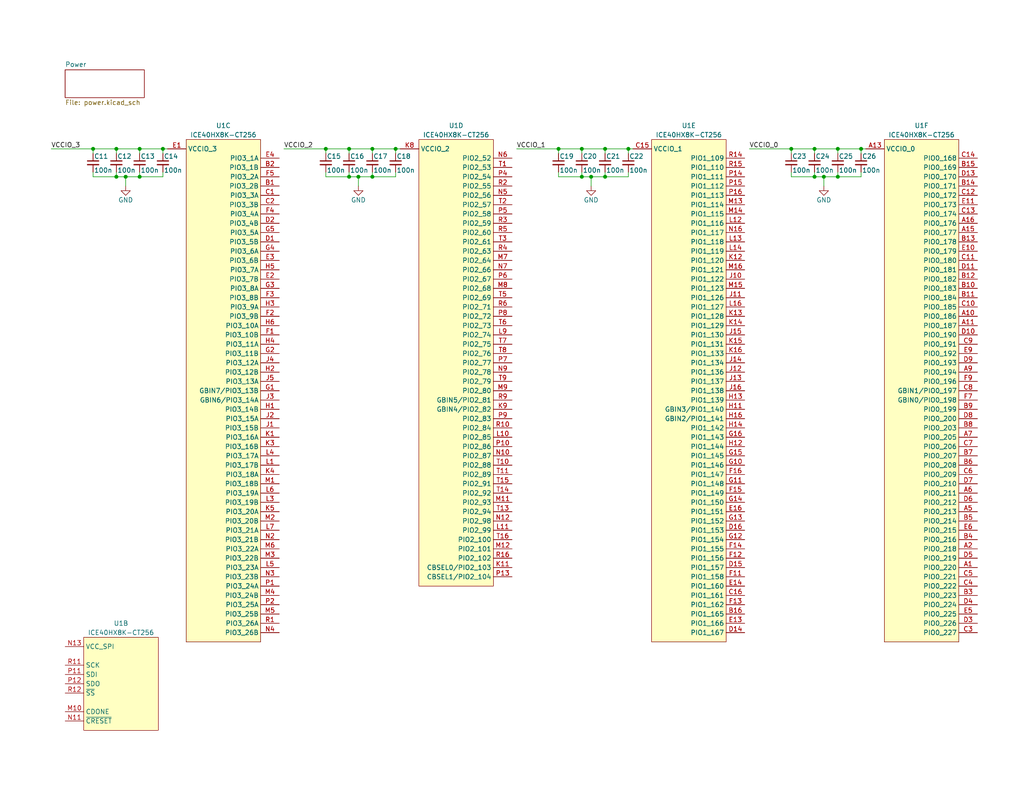
<source format=kicad_sch>
(kicad_sch (version 20211123) (generator eeschema)
  (paper "USLetter")
  (title_block (title "iCE40HX8K Development Board") (date "2022-04-30") (rev "0.1") (company "© 2022 Sam Hanes, licensed under CERN-OHL-S v2+") (comment 1 "https://github.com/Elemecca/ice40-dev"))
  (lib_symbols
    (symbol "0Local:ICE40HX8K-CT256"
      (property "Reference" "U" (at 0 6.35 0))
      (property "Value" "ICE40HX8K-CT256" (at 0 3.81 0))
      (symbol "ICE40HX8K-CT256_1_1"
        (rectangle (start -10.16 2.54) (end 10.16 -33.02) (fill (type background)))
        (pin passive line (at -15.24 -30.48 0) (length 5.08) hide (name "GND") (number "A12"))
        (pin passive line (at -15.24 0 0) (length 5.08) hide (name "VCC") (number "A14"))
        (pin passive line (at -15.24 -30.48 0) (length 5.08) hide (name "GND") (number "A4"))
        (pin power_in line (at -15.24 -10.16 0) (length 5.08) (name "VPP_FAST") (number "D12"))
        (pin power_in line (at -15.24 -5.08 0) (length 5.08) (name "VPP_2V5") (number "E12"))
        (pin passive line (at -15.24 -30.48 0) (length 5.08) hide (name "GND") (number "E15"))
        (pin power_in line (at -15.24 -25.4 0) (length 5.08) (name "GNDPLL1") (number "E7"))
        (pin power_in line (at -15.24 -22.86 0) (length 5.08) (name "VCCPLL1") (number "E8"))
        (pin passive line (at -15.24 0 0) (length 5.08) hide (name "VCC") (number "F10"))
        (pin power_in line (at -15.24 0 0) (length 5.08) (name "VCC") (number "F6"))
        (pin passive line (at -15.24 -30.48 0) (length 5.08) hide (name "GND") (number "G7"))
        (pin passive line (at -15.24 -30.48 0) (length 5.08) hide (name "GND") (number "G8"))
        (pin passive line (at -15.24 -30.48 0) (length 5.08) hide (name "GND") (number "G9"))
        (pin passive line (at -15.24 -30.48 0) (length 5.08) hide (name "GND") (number "H7"))
        (pin passive line (at -15.24 -30.48 0) (length 5.08) hide (name "GND") (number "H8"))
        (pin passive line (at -15.24 -30.48 0) (length 5.08) hide (name "GND") (number "H9"))
        (pin passive line (at -15.24 -30.48 0) (length 5.08) hide (name "GND") (number "J7"))
        (pin passive line (at -15.24 -30.48 0) (length 5.08) hide (name "GND") (number "J8"))
        (pin passive line (at -15.24 -30.48 0) (length 5.08) hide (name "GND") (number "J9"))
        (pin passive line (at -15.24 0 0) (length 5.08) hide (name "VCC") (number "K10"))
        (pin passive line (at -15.24 -30.48 0) (length 5.08) hide (name "GND") (number "K2"))
        (pin passive line (at -15.24 0 0) (length 5.08) hide (name "VCC") (number "K6"))
        (pin passive line (at -15.24 -30.48 0) (length 5.08) hide (name "GND") (number "K7"))
        (pin passive line (at -15.24 -30.48 0) (length 5.08) hide (name "GND") (number "L15"))
        (pin passive line (at -15.24 0 0) (length 5.08) hide (name "VCC") (number "L2"))
        (pin power_in line (at -15.24 -15.24 0) (length 5.08) (name "VCCPLL0") (number "L8"))
        (pin power_in line (at -15.24 -17.78 0) (length 5.08) (name "GNDPLL0") (number "N8"))
        (pin passive line (at -15.24 -30.48 0) (length 5.08) hide (name "GND") (number "R7"))
        (pin passive line (at -15.24 -30.48 0) (length 5.08) hide (name "GND") (number "T12"))
        (pin power_in line (at -15.24 -30.48 0) (length 5.08) (name "GND") (number "T4"))
      )
      (symbol "ICE40HX8K-CT256_2_1"
        (rectangle (start -10.16 2.54) (end 10.16 -22.86) (fill (type background)))
        (pin output line (at -15.24 -17.78 0) (length 5.08) (name "CDONE") (number "M10"))
        (pin input line (at -15.24 -20.32 0) (length 5.08) (name "~{CRESET}") (number "N11"))
        (pin power_in line (at -15.24 0 0) (length 5.08) (name "VCC_SPI") (number "N13"))
        (pin bidirectional line (at -15.24 -7.62 0) (length 5.08) (name "SDI") (number "P11"))
        (pin bidirectional line (at -15.24 -10.16 0) (length 5.08) (name "SDO") (number "P12"))
        (pin bidirectional line (at -15.24 -5.08 0) (length 5.08) (name "SCK") (number "R11"))
        (pin bidirectional line (at -15.24 -12.7 0) (length 5.08) (name "~{SS}") (number "R12"))
      )
      (symbol "ICE40HX8K-CT256_3_1"
        (rectangle (start -10.16 2.54) (end 10.16 -134.62) (fill (type background)))
        (pin tri_state line (at 15.24 -10.16 180) (length 5.08) (name "PIO3_2B") (number "B1"))
        (pin tri_state line (at 15.24 -5.08 180) (length 5.08) (name "PIO3_1B") (number "B2"))
        (pin tri_state line (at 15.24 -12.7 180) (length 5.08) (name "PIO3_3A") (number "C1"))
        (pin tri_state line (at 15.24 -15.24 180) (length 5.08) (name "PIO3_3B") (number "C2"))
        (pin tri_state line (at 15.24 -25.4 180) (length 5.08) (name "PIO3_5B") (number "D1"))
        (pin tri_state line (at 15.24 -20.32 180) (length 5.08) (name "PIO3_4B") (number "D2"))
        (pin power_in line (at -15.24 0 0) (length 5.08) (name "VCCIO_3") (number "E1"))
        (pin tri_state line (at 15.24 -35.56 180) (length 5.08) (name "PIO3_7B") (number "E2"))
        (pin tri_state line (at 15.24 -30.48 180) (length 5.08) (name "PIO3_6B") (number "E3"))
        (pin tri_state line (at 15.24 -2.54 180) (length 5.08) (name "PIO3_1A") (number "E4"))
        (pin tri_state line (at 15.24 -50.8 180) (length 5.08) (name "PIO3_10B") (number "F1"))
        (pin tri_state line (at 15.24 -45.72 180) (length 5.08) (name "PIO3_9B") (number "F2"))
        (pin tri_state line (at 15.24 -40.64 180) (length 5.08) (name "PIO3_8B") (number "F3"))
        (pin tri_state line (at 15.24 -17.78 180) (length 5.08) (name "PIO3_4A") (number "F4"))
        (pin tri_state line (at 15.24 -7.62 180) (length 5.08) (name "PIO3_2A") (number "F5"))
        (pin tri_state line (at 15.24 -66.04 180) (length 5.08) (name "GBIN7/PIO3_13B") (number "G1"))
        (pin tri_state line (at 15.24 -55.88 180) (length 5.08) (name "PIO3_11B") (number "G2"))
        (pin tri_state line (at 15.24 -38.1 180) (length 5.08) (name "PIO3_8A") (number "G3"))
        (pin tri_state line (at 15.24 -27.94 180) (length 5.08) (name "PIO3_6A") (number "G4"))
        (pin tri_state line (at 15.24 -22.86 180) (length 5.08) (name "PIO3_5A") (number "G5"))
        (pin passive line (at -15.24 0 0) (length 5.08) hide (name "VCCIO_3") (number "G6"))
        (pin tri_state line (at 15.24 -71.12 180) (length 5.08) (name "PIO3_14B") (number "H1"))
        (pin tri_state line (at 15.24 -60.96 180) (length 5.08) (name "PIO3_12B") (number "H2"))
        (pin tri_state line (at 15.24 -43.18 180) (length 5.08) (name "PIO3_9A") (number "H3"))
        (pin tri_state line (at 15.24 -53.34 180) (length 5.08) (name "PIO3_11A") (number "H4"))
        (pin tri_state line (at 15.24 -33.02 180) (length 5.08) (name "PIO3_7A") (number "H5"))
        (pin tri_state line (at 15.24 -48.26 180) (length 5.08) (name "PIO3_10A") (number "H6"))
        (pin tri_state line (at 15.24 -76.2 180) (length 5.08) (name "PIO3_15B") (number "J1"))
        (pin tri_state line (at 15.24 -73.66 180) (length 5.08) (name "PIO3_15A") (number "J2"))
        (pin tri_state line (at 15.24 -68.58 180) (length 5.08) (name "GBIN6/PIO3_14A") (number "J3"))
        (pin tri_state line (at 15.24 -58.42 180) (length 5.08) (name "PIO3_12A") (number "J4"))
        (pin tri_state line (at 15.24 -63.5 180) (length 5.08) (name "PIO3_13A") (number "J5"))
        (pin passive line (at -15.24 0 0) (length 5.08) hide (name "VCCIO_3") (number "J6"))
        (pin tri_state line (at 15.24 -78.74 180) (length 5.08) (name "PIO3_16A") (number "K1"))
        (pin tri_state line (at 15.24 -81.28 180) (length 5.08) (name "PIO3_16B") (number "K3"))
        (pin tri_state line (at 15.24 -88.9 180) (length 5.08) (name "PIO3_18A") (number "K4"))
        (pin tri_state line (at 15.24 -99.06 180) (length 5.08) (name "PIO3_20A") (number "K5"))
        (pin tri_state line (at 15.24 -86.36 180) (length 5.08) (name "PIO3_17B") (number "L1"))
        (pin tri_state line (at 15.24 -96.52 180) (length 5.08) (name "PIO3_19B") (number "L3"))
        (pin tri_state line (at 15.24 -83.82 180) (length 5.08) (name "PIO3_17A") (number "L4"))
        (pin tri_state line (at 15.24 -114.3 180) (length 5.08) (name "PIO3_23A") (number "L5"))
        (pin tri_state line (at 15.24 -93.98 180) (length 5.08) (name "PIO3_19A") (number "L6"))
        (pin tri_state line (at 15.24 -104.14 180) (length 5.08) (name "PIO3_21A") (number "L7"))
        (pin tri_state line (at 15.24 -91.44 180) (length 5.08) (name "PIO3_18B") (number "M1"))
        (pin tri_state line (at 15.24 -101.6 180) (length 5.08) (name "PIO3_20B") (number "M2"))
        (pin tri_state line (at 15.24 -111.76 180) (length 5.08) (name "PIO3_22B") (number "M3"))
        (pin tri_state line (at 15.24 -121.92 180) (length 5.08) (name "PIO3_24B") (number "M4"))
        (pin tri_state line (at 15.24 -127 180) (length 5.08) (name "PIO3_25B") (number "M5"))
        (pin tri_state line (at 15.24 -109.22 180) (length 5.08) (name "PIO3_22A") (number "M6"))
        (pin passive line (at -15.24 0 0) (length 5.08) hide (name "VCCIO_3") (number "N1"))
        (pin tri_state line (at 15.24 -106.68 180) (length 5.08) (name "PIO3_21B") (number "N2"))
        (pin tri_state line (at 15.24 -116.84 180) (length 5.08) (name "PIO3_23B") (number "N3"))
        (pin tri_state line (at 15.24 -132.08 180) (length 5.08) (name "PIO3_26B") (number "N4"))
        (pin tri_state line (at 15.24 -119.38 180) (length 5.08) (name "PIO3_24A") (number "P1"))
        (pin tri_state line (at 15.24 -124.46 180) (length 5.08) (name "PIO3_25A") (number "P2"))
        (pin tri_state line (at 15.24 -129.54 180) (length 5.08) (name "PIO3_26A") (number "R1"))
      )
      (symbol "ICE40HX8K-CT256_4_1"
        (rectangle (start -10.16 2.54) (end 10.16 -119.38) (fill (type background)))
        (pin tri_state line (at 15.24 -114.3 180) (length 5.08) (name "CBSEL0/PIO2_103") (number "K11"))
        (pin power_in line (at -15.24 0 0) (length 5.08) (name "VCCIO_2") (number "K8"))
        (pin tri_state line (at 15.24 -71.12 180) (length 5.08) (name "GBIN4/PIO2_82") (number "K9"))
        (pin tri_state line (at 15.24 -78.74 180) (length 5.08) (name "PIO2_85") (number "L10"))
        (pin tri_state line (at 15.24 -104.14 180) (length 5.08) (name "PIO2_99") (number "L11"))
        (pin tri_state line (at 15.24 -50.8 180) (length 5.08) (name "PIO2_74") (number "L9"))
        (pin tri_state line (at 15.24 -96.52 180) (length 5.08) (name "PIO2_93") (number "M11"))
        (pin tri_state line (at 15.24 -109.22 180) (length 5.08) (name "PIO2_101") (number "M12"))
        (pin tri_state line (at 15.24 -30.48 180) (length 5.08) (name "PIO2_64") (number "M7"))
        (pin tri_state line (at 15.24 -38.1 180) (length 5.08) (name "PIO2_68") (number "M8"))
        (pin tri_state line (at 15.24 -66.04 180) (length 5.08) (name "PIO2_80") (number "M9"))
        (pin tri_state line (at 15.24 -83.82 180) (length 5.08) (name "PIO2_87") (number "N10"))
        (pin tri_state line (at 15.24 -101.6 180) (length 5.08) (name "PIO2_98") (number "N12"))
        (pin tri_state line (at 15.24 -12.7 180) (length 5.08) (name "PIO2_56") (number "N5"))
        (pin tri_state line (at 15.24 -2.54 180) (length 5.08) (name "PIO2_52") (number "N6"))
        (pin tri_state line (at 15.24 -33.02 180) (length 5.08) (name "PIO2_66") (number "N7"))
        (pin tri_state line (at 15.24 -60.96 180) (length 5.08) (name "PIO2_78") (number "N9"))
        (pin tri_state line (at 15.24 -81.28 180) (length 5.08) (name "PIO2_86") (number "P10"))
        (pin tri_state line (at 15.24 -116.84 180) (length 5.08) (name "CBSEL1/PIO2_104") (number "P13"))
        (pin passive line (at -15.24 0 0) (length 5.08) hide (name "VCCIO_2") (number "P3"))
        (pin tri_state line (at 15.24 -7.62 180) (length 5.08) (name "PIO2_54") (number "P4"))
        (pin tri_state line (at 15.24 -17.78 180) (length 5.08) (name "PIO2_58") (number "P5"))
        (pin tri_state line (at 15.24 -35.56 180) (length 5.08) (name "PIO2_67") (number "P6"))
        (pin tri_state line (at 15.24 -58.42 180) (length 5.08) (name "PIO2_77") (number "P7"))
        (pin tri_state line (at 15.24 -45.72 180) (length 5.08) (name "PIO2_72") (number "P8"))
        (pin tri_state line (at 15.24 -73.66 180) (length 5.08) (name "PIO2_83") (number "P9"))
        (pin tri_state line (at 15.24 -76.2 180) (length 5.08) (name "PIO2_84") (number "R10"))
        (pin passive line (at -15.24 0 0) (length 5.08) hide (name "VCCIO_2") (number "R13"))
        (pin tri_state line (at 15.24 -111.76 180) (length 5.08) (name "PIO2_102") (number "R16"))
        (pin tri_state line (at 15.24 -10.16 180) (length 5.08) (name "PIO2_55") (number "R2"))
        (pin tri_state line (at 15.24 -20.32 180) (length 5.08) (name "PIO2_59") (number "R3"))
        (pin tri_state line (at 15.24 -27.94 180) (length 5.08) (name "PIO2_63") (number "R4"))
        (pin tri_state line (at 15.24 -22.86 180) (length 5.08) (name "PIO2_60") (number "R5"))
        (pin tri_state line (at 15.24 -43.18 180) (length 5.08) (name "PIO2_71") (number "R6"))
        (pin passive line (at -15.24 0 0) (length 5.08) hide (name "VCCIO_2") (number "R8"))
        (pin tri_state line (at 15.24 -68.58 180) (length 5.08) (name "GBIN5/PIO2_81") (number "R9"))
        (pin tri_state line (at 15.24 -5.08 180) (length 5.08) (name "PIO2_53") (number "T1"))
        (pin tri_state line (at 15.24 -86.36 180) (length 5.08) (name "PIO2_88") (number "T10"))
        (pin tri_state line (at 15.24 -88.9 180) (length 5.08) (name "PIO2_89") (number "T11"))
        (pin tri_state line (at 15.24 -99.06 180) (length 5.08) (name "PIO2_94") (number "T13"))
        (pin tri_state line (at 15.24 -93.98 180) (length 5.08) (name "PIO2_92") (number "T14"))
        (pin tri_state line (at 15.24 -91.44 180) (length 5.08) (name "PIO2_91") (number "T15"))
        (pin tri_state line (at 15.24 -106.68 180) (length 5.08) (name "PIO2_100") (number "T16"))
        (pin tri_state line (at 15.24 -15.24 180) (length 5.08) (name "PIO2_57") (number "T2"))
        (pin tri_state line (at 15.24 -25.4 180) (length 5.08) (name "PIO2_61") (number "T3"))
        (pin tri_state line (at 15.24 -40.64 180) (length 5.08) (name "PIO2_69") (number "T5"))
        (pin tri_state line (at 15.24 -48.26 180) (length 5.08) (name "PIO2_73") (number "T6"))
        (pin tri_state line (at 15.24 -53.34 180) (length 5.08) (name "PIO2_75") (number "T7"))
        (pin tri_state line (at 15.24 -55.88 180) (length 5.08) (name "PIO2_76") (number "T8"))
        (pin tri_state line (at 15.24 -63.5 180) (length 5.08) (name "PIO2_79") (number "T9"))
      )
      (symbol "ICE40HX8K-CT256_5_1"
        (rectangle (start -10.16 2.54) (end 10.16 -134.62) (fill (type background)))
        (pin tri_state line (at 15.24 -127 180) (length 5.08) (name "PIO1_165") (number "B16"))
        (pin power_in line (at -15.24 0 0) (length 5.08) (name "VCCIO_1") (number "C15"))
        (pin tri_state line (at 15.24 -121.92 180) (length 5.08) (name "PIO1_161") (number "C16"))
        (pin tri_state line (at 15.24 -132.08 180) (length 5.08) (name "PIO1_167") (number "D14"))
        (pin tri_state line (at 15.24 -114.3 180) (length 5.08) (name "PIO1_157") (number "D15"))
        (pin tri_state line (at 15.24 -104.14 180) (length 5.08) (name "PIO1_153") (number "D16"))
        (pin tri_state line (at 15.24 -129.54 180) (length 5.08) (name "PIO1_166") (number "E13"))
        (pin tri_state line (at 15.24 -119.38 180) (length 5.08) (name "PIO1_160") (number "E14"))
        (pin tri_state line (at 15.24 -99.06 180) (length 5.08) (name "PIO1_151") (number "E16"))
        (pin tri_state line (at 15.24 -116.84 180) (length 5.08) (name "PIO1_158") (number "F11"))
        (pin tri_state line (at 15.24 -111.76 180) (length 5.08) (name "PIO1_156") (number "F12"))
        (pin tri_state line (at 15.24 -124.46 180) (length 5.08) (name "PIO1_162") (number "F13"))
        (pin tri_state line (at 15.24 -109.22 180) (length 5.08) (name "PIO1_155") (number "F14"))
        (pin tri_state line (at 15.24 -93.98 180) (length 5.08) (name "PIO1_149") (number "F15"))
        (pin tri_state line (at 15.24 -88.9 180) (length 5.08) (name "PIO1_147") (number "F16"))
        (pin tri_state line (at 15.24 -86.36 180) (length 5.08) (name "PIO1_146") (number "G10"))
        (pin tri_state line (at 15.24 -91.44 180) (length 5.08) (name "PIO1_148") (number "G11"))
        (pin tri_state line (at 15.24 -106.68 180) (length 5.08) (name "PIO1_154") (number "G12"))
        (pin tri_state line (at 15.24 -101.6 180) (length 5.08) (name "PIO1_152") (number "G13"))
        (pin tri_state line (at 15.24 -96.52 180) (length 5.08) (name "PIO1_150") (number "G14"))
        (pin tri_state line (at 15.24 -83.82 180) (length 5.08) (name "PIO1_145") (number "G15"))
        (pin tri_state line (at 15.24 -78.74 180) (length 5.08) (name "PIO1_143") (number "G16"))
        (pin passive line (at -15.24 0 0) (length 5.08) hide (name "VCCIO_1") (number "H10"))
        (pin tri_state line (at 15.24 -71.12 180) (length 5.08) (name "GBIN3/PIO1_140") (number "H11"))
        (pin tri_state line (at 15.24 -81.28 180) (length 5.08) (name "PIO1_144") (number "H12"))
        (pin tri_state line (at 15.24 -68.58 180) (length 5.08) (name "PIO1_139") (number "H13"))
        (pin tri_state line (at 15.24 -76.2 180) (length 5.08) (name "PIO1_142") (number "H14"))
        (pin passive line (at -15.24 0 0) (length 5.08) hide (name "VCCIO_1") (number "H15"))
        (pin tri_state line (at 15.24 -73.66 180) (length 5.08) (name "GBIN2/PIO1_141") (number "H16"))
        (pin tri_state line (at 15.24 -35.56 180) (length 5.08) (name "PIO1_122") (number "J10"))
        (pin tri_state line (at 15.24 -40.64 180) (length 5.08) (name "PIO1_126") (number "J11"))
        (pin tri_state line (at 15.24 -60.96 180) (length 5.08) (name "PIO1_136") (number "J12"))
        (pin tri_state line (at 15.24 -63.5 180) (length 5.08) (name "PIO1_137") (number "J13"))
        (pin tri_state line (at 15.24 -58.42 180) (length 5.08) (name "PIO1_134") (number "J14"))
        (pin tri_state line (at 15.24 -50.8 180) (length 5.08) (name "PIO1_130") (number "J15"))
        (pin tri_state line (at 15.24 -66.04 180) (length 5.08) (name "PIO1_138") (number "J16"))
        (pin tri_state line (at 15.24 -30.48 180) (length 5.08) (name "PIO1_120") (number "K12"))
        (pin tri_state line (at 15.24 -45.72 180) (length 5.08) (name "PIO1_128") (number "K13"))
        (pin tri_state line (at 15.24 -48.26 180) (length 5.08) (name "PIO1_129") (number "K14"))
        (pin tri_state line (at 15.24 -53.34 180) (length 5.08) (name "PIO1_131") (number "K15"))
        (pin tri_state line (at 15.24 -55.88 180) (length 5.08) (name "PIO1_133") (number "K16"))
        (pin tri_state line (at 15.24 -20.32 180) (length 5.08) (name "PIO1_116") (number "L12"))
        (pin tri_state line (at 15.24 -25.4 180) (length 5.08) (name "PIO1_118") (number "L13"))
        (pin tri_state line (at 15.24 -27.94 180) (length 5.08) (name "PIO1_119") (number "L14"))
        (pin tri_state line (at 15.24 -43.18 180) (length 5.08) (name "PIO1_127") (number "L16"))
        (pin tri_state line (at 15.24 -15.24 180) (length 5.08) (name "PIO1_114") (number "M13"))
        (pin tri_state line (at 15.24 -17.78 180) (length 5.08) (name "PIO1_115") (number "M14"))
        (pin tri_state line (at 15.24 -38.1 180) (length 5.08) (name "PIO1_123") (number "M15"))
        (pin tri_state line (at 15.24 -33.02 180) (length 5.08) (name "PIO1_121") (number "M16"))
        (pin no_connect line (at -10.16 -132.08 0) (length 5.08) hide (name "NC") (number "N14"))
        (pin passive line (at -15.24 0 0) (length 5.08) hide (name "VCCIO_1") (number "N15"))
        (pin tri_state line (at 15.24 -22.86 180) (length 5.08) (name "PIO1_117") (number "N16"))
        (pin tri_state line (at 15.24 -7.62 180) (length 5.08) (name "PIO1_111") (number "P14"))
        (pin tri_state line (at 15.24 -10.16 180) (length 5.08) (name "PIO1_112") (number "P15"))
        (pin tri_state line (at 15.24 -12.7 180) (length 5.08) (name "PIO1_113") (number "P16"))
        (pin tri_state line (at 15.24 -2.54 180) (length 5.08) (name "PIO1_109") (number "R14"))
        (pin tri_state line (at 15.24 -5.08 180) (length 5.08) (name "PIO1_110") (number "R15"))
      )
      (symbol "ICE40HX8K-CT256_6_1"
        (rectangle (start -10.16 2.54) (end 10.16 -134.62) (fill (type background)))
        (pin tri_state line (at 15.24 -114.3 180) (length 5.08) (name "PIO0_220") (number "A1"))
        (pin tri_state line (at 15.24 -45.72 180) (length 5.08) (name "PIO0_186") (number "A10"))
        (pin tri_state line (at 15.24 -48.26 180) (length 5.08) (name "PIO0_187") (number "A11"))
        (pin power_in line (at -15.24 0 0) (length 5.08) (name "VCCIO_0") (number "A13"))
        (pin tri_state line (at 15.24 -22.86 180) (length 5.08) (name "PIO0_177") (number "A15"))
        (pin tri_state line (at 15.24 -20.32 180) (length 5.08) (name "PIO0_176") (number "A16"))
        (pin tri_state line (at 15.24 -109.22 180) (length 5.08) (name "PIO0_218") (number "A2"))
        (pin passive line (at -15.24 0 0) (length 5.08) hide (name "VCCIO_0") (number "A3"))
        (pin tri_state line (at 15.24 -99.06 180) (length 5.08) (name "PIO0_213") (number "A5"))
        (pin tri_state line (at 15.24 -93.98 180) (length 5.08) (name "PIO0_211") (number "A6"))
        (pin tri_state line (at 15.24 -78.74 180) (length 5.08) (name "PIO0_205") (number "A7"))
        (pin passive line (at -15.24 0 0) (length 5.08) hide (name "VCCIO_0") (number "A8"))
        (pin tri_state line (at 15.24 -60.96 180) (length 5.08) (name "PIO0_194") (number "A9"))
        (pin tri_state line (at 15.24 -38.1 180) (length 5.08) (name "PIO0_183") (number "B10"))
        (pin tri_state line (at 15.24 -40.64 180) (length 5.08) (name "PIO0_184") (number "B11"))
        (pin tri_state line (at 15.24 -35.56 180) (length 5.08) (name "PIO0_182") (number "B12"))
        (pin tri_state line (at 15.24 -25.4 180) (length 5.08) (name "PIO0_178") (number "B13"))
        (pin tri_state line (at 15.24 -10.16 180) (length 5.08) (name "PIO0_171") (number "B14"))
        (pin tri_state line (at 15.24 -5.08 180) (length 5.08) (name "PIO0_169") (number "B15"))
        (pin tri_state line (at 15.24 -121.92 180) (length 5.08) (name "PIO0_223") (number "B3"))
        (pin tri_state line (at 15.24 -106.68 180) (length 5.08) (name "PIO0_216") (number "B4"))
        (pin tri_state line (at 15.24 -101.6 180) (length 5.08) (name "PIO0_214") (number "B5"))
        (pin tri_state line (at 15.24 -86.36 180) (length 5.08) (name "PIO0_208") (number "B6"))
        (pin tri_state line (at 15.24 -83.82 180) (length 5.08) (name "PIO0_207") (number "B7"))
        (pin tri_state line (at 15.24 -76.2 180) (length 5.08) (name "PIO0_203") (number "B8"))
        (pin tri_state line (at 15.24 -71.12 180) (length 5.08) (name "PIO0_199") (number "B9"))
        (pin tri_state line (at 15.24 -43.18 180) (length 5.08) (name "PIO0_185") (number "C10"))
        (pin tri_state line (at 15.24 -30.48 180) (length 5.08) (name "PIO0_180") (number "C11"))
        (pin tri_state line (at 15.24 -12.7 180) (length 5.08) (name "PIO0_172") (number "C12"))
        (pin tri_state line (at 15.24 -17.78 180) (length 5.08) (name "PIO0_174") (number "C13"))
        (pin tri_state line (at 15.24 -2.54 180) (length 5.08) (name "PIO0_168") (number "C14"))
        (pin tri_state line (at 15.24 -132.08 180) (length 5.08) (name "PIO0_227") (number "C3"))
        (pin tri_state line (at 15.24 -119.38 180) (length 5.08) (name "PIO0_222") (number "C4"))
        (pin tri_state line (at 15.24 -116.84 180) (length 5.08) (name "PIO0_221") (number "C5"))
        (pin tri_state line (at 15.24 -88.9 180) (length 5.08) (name "PIO0_209") (number "C6"))
        (pin tri_state line (at 15.24 -81.28 180) (length 5.08) (name "PIO0_206") (number "C7"))
        (pin tri_state line (at 15.24 -66.04 180) (length 5.08) (name "GBIN1/PIO0_197") (number "C8"))
        (pin tri_state line (at 15.24 -53.34 180) (length 5.08) (name "PIO0_191") (number "C9"))
        (pin tri_state line (at 15.24 -50.8 180) (length 5.08) (name "PIO0_190") (number "D10"))
        (pin tri_state line (at 15.24 -33.02 180) (length 5.08) (name "PIO0_181") (number "D11"))
        (pin tri_state line (at 15.24 -7.62 180) (length 5.08) (name "PIO0_170") (number "D13"))
        (pin tri_state line (at 15.24 -129.54 180) (length 5.08) (name "PIO0_226") (number "D3"))
        (pin tri_state line (at 15.24 -124.46 180) (length 5.08) (name "PIO0_224") (number "D4"))
        (pin tri_state line (at 15.24 -111.76 180) (length 5.08) (name "PIO0_219") (number "D5"))
        (pin tri_state line (at 15.24 -96.52 180) (length 5.08) (name "PIO0_212") (number "D6"))
        (pin tri_state line (at 15.24 -91.44 180) (length 5.08) (name "PIO0_210") (number "D7"))
        (pin tri_state line (at 15.24 -73.66 180) (length 5.08) (name "PIO0_200") (number "D8"))
        (pin tri_state line (at 15.24 -58.42 180) (length 5.08) (name "PIO0_193") (number "D9"))
        (pin tri_state line (at 15.24 -27.94 180) (length 5.08) (name "PIO0_179") (number "E10"))
        (pin tri_state line (at 15.24 -15.24 180) (length 5.08) (name "PIO0_173") (number "E11"))
        (pin tri_state line (at 15.24 -127 180) (length 5.08) (name "PIO0_225") (number "E5"))
        (pin tri_state line (at 15.24 -104.14 180) (length 5.08) (name "PIO0_215") (number "E6"))
        (pin tri_state line (at 15.24 -55.88 180) (length 5.08) (name "PIO0_192") (number "E9"))
        (pin tri_state line (at 15.24 -68.58 180) (length 5.08) (name "GBIN0/PIO0_198") (number "F7"))
        (pin passive line (at -15.24 0 0) (length 5.08) hide (name "VCCIO_0") (number "F8"))
        (pin tri_state line (at 15.24 -63.5 180) (length 5.08) (name "PIO0_196") (number "F9"))
      )
    )
    (symbol "Device:C_Small" (pin_numbers hide) (pin_names (offset 0.254) hide)
      (property "Reference" "C" (at 0.254 1.778 0))
      (property "Value" "C_Small" (at 0.254 -2.032 0))
      (symbol "C_Small_0_1"
        (polyline (pts (xy -1.524 -0.508) (xy 1.524 -0.508)) (stroke (width 0.3302)))
        (polyline (pts (xy -1.524 0.508) (xy 1.524 0.508)) (stroke (width 0.3048)))
      )
      (symbol "C_Small_1_1"
        (pin passive line (at 0 2.54 270) (length 2.032) (name "~") (number "1"))
        (pin passive line (at 0 -2.54 90) (length 2.032) (name "~") (number "2"))
      )
    )
    (symbol "power:GND" (power) (pin_names (offset 0))
      (property "Value" "GND" (at 0 -3.81 0))
      (symbol "GND_0_1"
        (polyline (pts (xy 0 0) (xy 0 -1.27) (xy 1.27 -1.27) (xy 0 -2.54) (xy -1.27 -1.27) (xy 0 -1.27)))
      )
      (symbol "GND_1_1"
        (pin power_in line (at 0 0 270) (length 0) hide (name "GND") (number "1"))
      )
    )
  )
  (junction (at 38.1 40.64))
  (junction (at 101.6 40.64))
  (junction (at 161.29 48.26))
  (junction (at 31.75 48.26))
  (junction (at 165.1 48.26))
  (junction (at 215.9 40.64))
  (junction (at 228.6 48.26))
  (junction (at 97.79 48.26))
  (junction (at 234.95 40.64))
  (junction (at 44.45 40.64))
  (junction (at 95.25 40.64))
  (junction (at 25.4 40.64))
  (junction (at 171.45 40.64))
  (junction (at 152.4 40.64))
  (junction (at 158.75 48.26))
  (junction (at 88.9 40.64))
  (junction (at 228.6 40.64))
  (junction (at 34.29 48.26))
  (junction (at 222.25 48.26))
  (junction (at 101.6 48.26))
  (junction (at 165.1 40.64))
  (junction (at 158.75 40.64))
  (junction (at 95.25 48.26))
  (junction (at 38.1 48.26))
  (junction (at 222.25 40.64))
  (junction (at 107.95 40.64))
  (junction (at 31.75 40.64))
  (junction (at 224.79 48.26))
  (wire (pts (xy 228.6 40.64) (xy 228.6 41.91)))
  (wire (pts (xy 107.95 40.64) (xy 107.95 41.91)))
  (wire (pts (xy 222.25 40.64) (xy 228.6 40.64)))
  (wire (pts (xy 31.75 40.64) (xy 38.1 40.64)))
  (wire (pts (xy 152.4 40.64) (xy 152.4 41.91)))
  (wire (pts (xy 44.45 40.64) (xy 44.45 41.91)))
  (wire (pts (xy 101.6 40.64) (xy 107.95 40.64)))
  (wire (pts (xy 88.9 40.64) (xy 88.9 41.91)))
  (wire (pts (xy 158.75 40.64) (xy 165.1 40.64)))
  (wire (pts (xy 95.25 46.99) (xy 95.25 48.26)))
  (wire (pts (xy 101.6 40.64) (xy 101.6 41.91)))
  (wire (pts (xy 101.6 48.26) (xy 107.95 48.26)))
  (wire (pts (xy 77.47 40.64) (xy 88.9 40.64)))
  (wire (pts (xy 31.75 40.64) (xy 31.75 41.91)))
  (wire (pts (xy 31.75 46.99) (xy 31.75 48.26)))
  (wire (pts (xy 215.9 40.64) (xy 222.25 40.64)))
  (wire (pts (xy 88.9 46.99) (xy 88.9 48.26)))
  (wire (pts (xy 215.9 48.26) (xy 222.25 48.26)))
  (wire (pts (xy 140.97 40.64) (xy 152.4 40.64)))
  (wire (pts (xy 234.95 40.64) (xy 234.95 41.91)))
  (wire (pts (xy 44.45 40.64) (xy 45.72 40.64)))
  (wire (pts (xy 88.9 48.26) (xy 95.25 48.26)))
  (wire (pts (xy 97.79 48.26) (xy 97.79 50.8)))
  (wire (pts (xy 224.79 48.26) (xy 228.6 48.26)))
  (wire (pts (xy 25.4 40.64) (xy 25.4 41.91)))
  (wire (pts (xy 222.25 40.64) (xy 222.25 41.91)))
  (wire (pts (xy 161.29 48.26) (xy 161.29 50.8)))
  (wire (pts (xy 13.97 40.64) (xy 25.4 40.64)))
  (wire (pts (xy 95.25 48.26) (xy 97.79 48.26)))
  (wire (pts (xy 228.6 46.99) (xy 228.6 48.26)))
  (wire (pts (xy 44.45 48.26) (xy 44.45 46.99)))
  (wire (pts (xy 165.1 40.64) (xy 165.1 41.91)))
  (wire (pts (xy 38.1 40.64) (xy 38.1 41.91)))
  (wire (pts (xy 31.75 48.26) (xy 34.29 48.26)))
  (wire (pts (xy 25.4 48.26) (xy 31.75 48.26)))
  (wire (pts (xy 165.1 48.26) (xy 171.45 48.26)))
  (wire (pts (xy 152.4 48.26) (xy 158.75 48.26)))
  (wire (pts (xy 38.1 48.26) (xy 44.45 48.26)))
  (wire (pts (xy 222.25 46.99) (xy 222.25 48.26)))
  (wire (pts (xy 165.1 46.99) (xy 165.1 48.26)))
  (wire (pts (xy 171.45 48.26) (xy 171.45 46.99)))
  (wire (pts (xy 158.75 48.26) (xy 161.29 48.26)))
  (wire (pts (xy 95.25 40.64) (xy 95.25 41.91)))
  (wire (pts (xy 152.4 40.64) (xy 158.75 40.64)))
  (wire (pts (xy 97.79 48.26) (xy 101.6 48.26)))
  (wire (pts (xy 107.95 40.64) (xy 109.22 40.64)))
  (wire (pts (xy 34.29 48.26) (xy 34.29 50.8)))
  (wire (pts (xy 224.79 48.26) (xy 224.79 50.8)))
  (wire (pts (xy 88.9 40.64) (xy 95.25 40.64)))
  (wire (pts (xy 171.45 40.64) (xy 171.45 41.91)))
  (wire (pts (xy 38.1 40.64) (xy 44.45 40.64)))
  (wire (pts (xy 161.29 48.26) (xy 165.1 48.26)))
  (wire (pts (xy 215.9 40.64) (xy 215.9 41.91)))
  (wire (pts (xy 215.9 46.99) (xy 215.9 48.26)))
  (wire (pts (xy 165.1 40.64) (xy 171.45 40.64)))
  (wire (pts (xy 158.75 40.64) (xy 158.75 41.91)))
  (wire (pts (xy 234.95 48.26) (xy 234.95 46.99)))
  (wire (pts (xy 158.75 46.99) (xy 158.75 48.26)))
  (wire (pts (xy 107.95 48.26) (xy 107.95 46.99)))
  (wire (pts (xy 234.95 40.64) (xy 236.22 40.64)))
  (wire (pts (xy 171.45 40.64) (xy 172.72 40.64)))
  (wire (pts (xy 25.4 40.64) (xy 31.75 40.64)))
  (wire (pts (xy 101.6 46.99) (xy 101.6 48.26)))
  (wire (pts (xy 95.25 40.64) (xy 101.6 40.64)))
  (wire (pts (xy 228.6 40.64) (xy 234.95 40.64)))
  (wire (pts (xy 38.1 46.99) (xy 38.1 48.26)))
  (wire (pts (xy 222.25 48.26) (xy 224.79 48.26)))
  (wire (pts (xy 204.47 40.64) (xy 215.9 40.64)))
  (wire (pts (xy 152.4 46.99) (xy 152.4 48.26)))
  (wire (pts (xy 34.29 48.26) (xy 38.1 48.26)))
  (wire (pts (xy 228.6 48.26) (xy 234.95 48.26)))
  (wire (pts (xy 25.4 46.99) (xy 25.4 48.26)))
  (label "VCCIO_2" (at 77.47 40.64 0))
  (label "VCCIO_3" (at 13.97 40.64 0))
  (label "VCCIO_0" (at 204.47 40.64 0))
  (label "VCCIO_1" (at 140.97 40.64 0))
  (symbol (lib_id "Device:C_Small") (at 95.25 44.45 0) (unit 1)
    (property "Reference" "C16" (at 95.504 42.672 0) (effects (justify left)))
    (property "Value" "100n" (at 95.504 46.482 0) (effects (justify left)))
    (property "Footprint" "0Local:C_SMD_0402_Pad0.5mm" (effects hide))
  )
  (symbol (lib_id "power:GND") (at 97.79 50.8 0) (unit 1)
    (property "Reference" "#PWR02" (effects hide))
    (property "Value" "GND" (at 97.79 54.61 0))
  )
  (symbol (lib_id "0Local:ICE40HX8K-CT256") (at 60.96 40.64 0) (unit 3)
    (property "Reference" "U1" (at 60.96 34.29 0))
    (property "Value" "ICE40HX8K-CT256" (at 60.96 36.83 0))
    (property "Footprint" "0Local:Lattice_caBGA-256_14x14mm_Layout16x16_P0.8mm_Ball0.4mm_Pad0.5mm_SMD" (effects hide))
    (property "Datasheet" "https://www.latticesemi.com/view_document?document_id=49312" (effects hide))
  )
  (symbol (lib_id "Device:C_Small") (at 152.4 44.45 0) (unit 1)
    (property "Reference" "C19" (at 152.654 42.672 0) (effects (justify left)))
    (property "Value" "100n" (at 152.654 46.482 0) (effects (justify left)))
    (property "Footprint" "0Local:C_SMD_0402_Pad0.5mm" (effects hide))
  )
  (symbol (lib_id "power:GND") (at 224.79 50.8 0) (unit 1)
    (property "Reference" "#PWR04" (effects hide))
    (property "Value" "GND" (at 224.79 54.61 0))
  )
  (symbol (lib_id "Device:C_Small") (at 31.75 44.45 0) (unit 1)
    (property "Reference" "C12" (at 32.004 42.672 0) (effects (justify left)))
    (property "Value" "100n" (at 32.004 46.482 0) (effects (justify left)))
    (property "Footprint" "0Local:C_SMD_0402_Pad0.5mm" (effects hide))
  )
  (symbol (lib_id "Device:C_Small") (at 234.95 44.45 0) (unit 1)
    (property "Reference" "C26" (at 235.204 42.672 0) (effects (justify left)))
    (property "Value" "100n" (at 235.204 46.482 0) (effects (justify left)))
    (property "Footprint" "0Local:C_SMD_0402_Pad0.5mm" (effects hide))
  )
  (symbol (lib_id "power:GND") (at 161.29 50.8 0) (unit 1)
    (property "Reference" "#PWR03" (effects hide))
    (property "Value" "GND" (at 161.29 54.61 0))
  )
  (symbol (lib_id "0Local:ICE40HX8K-CT256") (at 33.02 176.53 0) (unit 2)
    (property "Reference" "U1" (at 33.02 170.18 0))
    (property "Value" "ICE40HX8K-CT256" (at 33.02 172.72 0))
    (property "Footprint" "0Local:Lattice_caBGA-256_14x14mm_Layout16x16_P0.8mm_Ball0.4mm_Pad0.5mm_SMD" (effects hide))
    (property "Datasheet" "https://www.latticesemi.com/view_document?document_id=49312" (effects hide))
  )
  (symbol (lib_id "Device:C_Small") (at 171.45 44.45 0) (unit 1)
    (property "Reference" "C22" (at 171.704 42.672 0) (effects (justify left)))
    (property "Value" "100n" (at 171.704 46.482 0) (effects (justify left)))
    (property "Footprint" "0Local:C_SMD_0402_Pad0.5mm" (effects hide))
  )
  (symbol (lib_id "power:GND") (at 34.29 50.8 0) (unit 1)
    (property "Reference" "#PWR01" (effects hide))
    (property "Value" "GND" (at 34.29 54.61 0))
  )
  (symbol (lib_id "Device:C_Small") (at 158.75 44.45 0) (unit 1)
    (property "Reference" "C20" (at 159.004 42.672 0) (effects (justify left)))
    (property "Value" "100n" (at 159.004 46.482 0) (effects (justify left)))
    (property "Footprint" "0Local:C_SMD_0402_Pad0.5mm" (effects hide))
  )
  (symbol (lib_id "Device:C_Small") (at 165.1 44.45 0) (unit 1)
    (property "Reference" "C21" (at 165.354 42.672 0) (effects (justify left)))
    (property "Value" "100n" (at 165.354 46.482 0) (effects (justify left)))
    (property "Footprint" "0Local:C_SMD_0402_Pad0.5mm" (effects hide))
  )
  (symbol (lib_id "Device:C_Small") (at 101.6 44.45 0) (unit 1)
    (property "Reference" "C17" (at 101.854 42.672 0) (effects (justify left)))
    (property "Value" "100n" (at 101.854 46.482 0) (effects (justify left)))
    (property "Footprint" "0Local:C_SMD_0402_Pad0.5mm" (effects hide))
  )
  (symbol (lib_id "Device:C_Small") (at 228.6 44.45 0) (unit 1)
    (property "Reference" "C25" (at 228.854 42.672 0) (effects (justify left)))
    (property "Value" "100n" (at 228.854 46.482 0) (effects (justify left)))
    (property "Footprint" "0Local:C_SMD_0402_Pad0.5mm" (effects hide))
  )
  (symbol (lib_id "Device:C_Small") (at 222.25 44.45 0) (unit 1)
    (property "Reference" "C24" (at 222.504 42.672 0) (effects (justify left)))
    (property "Value" "100n" (at 222.504 46.482 0) (effects (justify left)))
    (property "Footprint" "0Local:C_SMD_0402_Pad0.5mm" (effects hide))
  )
  (symbol (lib_id "0Local:ICE40HX8K-CT256") (at 251.46 40.64 0) (unit 6)
    (property "Reference" "U1" (at 251.46 34.29 0))
    (property "Value" "ICE40HX8K-CT256" (at 251.46 36.83 0))
    (property "Footprint" "0Local:Lattice_caBGA-256_14x14mm_Layout16x16_P0.8mm_Ball0.4mm_Pad0.5mm_SMD" (effects hide))
    (property "Datasheet" "https://www.latticesemi.com/view_document?document_id=49312" (effects hide))
  )
  (symbol (lib_id "0Local:ICE40HX8K-CT256") (at 124.46 40.64 0) (unit 4)
    (property "Reference" "U1" (at 124.46 34.29 0))
    (property "Value" "ICE40HX8K-CT256" (at 124.46 36.83 0))
    (property "Footprint" "0Local:Lattice_caBGA-256_14x14mm_Layout16x16_P0.8mm_Ball0.4mm_Pad0.5mm_SMD" (effects hide))
    (property "Datasheet" "https://www.latticesemi.com/view_document?document_id=49312" (effects hide))
  )
  (symbol (lib_id "Device:C_Small") (at 38.1 44.45 0) (unit 1)
    (property "Reference" "C13" (at 38.354 42.672 0) (effects (justify left)))
    (property "Value" "100n" (at 38.354 46.482 0) (effects (justify left)))
    (property "Footprint" "0Local:C_SMD_0402_Pad0.5mm" (effects hide))
  )
  (symbol (lib_id "0Local:ICE40HX8K-CT256") (at 187.96 40.64 0) (unit 5)
    (property "Reference" "U1" (at 187.96 34.29 0))
    (property "Value" "ICE40HX8K-CT256" (at 187.96 36.83 0))
    (property "Footprint" "0Local:Lattice_caBGA-256_14x14mm_Layout16x16_P0.8mm_Ball0.4mm_Pad0.5mm_SMD" (effects hide))
    (property "Datasheet" "https://www.latticesemi.com/view_document?document_id=49312" (effects hide))
  )
  (symbol (lib_id "Device:C_Small") (at 44.45 44.45 0) (unit 1)
    (property "Reference" "C14" (at 44.704 42.672 0) (effects (justify left)))
    (property "Value" "100n" (at 44.704 46.482 0) (effects (justify left)))
    (property "Footprint" "0Local:C_SMD_0402_Pad0.5mm" (effects hide))
  )
  (symbol (lib_id "Device:C_Small") (at 215.9 44.45 0) (unit 1)
    (property "Reference" "C23" (at 216.154 42.672 0) (effects (justify left)))
    (property "Value" "100n" (at 216.154 46.482 0) (effects (justify left)))
    (property "Footprint" "0Local:C_SMD_0402_Pad0.5mm" (effects hide))
  )
  (symbol (lib_id "Device:C_Small") (at 25.4 44.45 0) (unit 1)
    (property "Reference" "C11" (at 25.654 42.672 0) (effects (justify left)))
    (property "Value" "100n" (at 25.654 46.482 0) (effects (justify left)))
    (property "Footprint" "0Local:C_SMD_0402_Pad0.5mm" (effects hide))
  )
  (symbol (lib_id "Device:C_Small") (at 88.9 44.45 0) (unit 1)
    (property "Reference" "C15" (at 89.154 42.672 0) (effects (justify left)))
    (property "Value" "100n" (at 89.154 46.482 0) (effects (justify left)))
    (property "Footprint" "0Local:C_SMD_0402_Pad0.5mm" (effects hide))
  )
  (symbol (lib_id "Device:C_Small") (at 107.95 44.45 0) (unit 1)
    (property "Reference" "C18" (at 108.204 42.672 0) (effects (justify left)))
    (property "Value" "100n" (at 108.204 46.482 0) (effects (justify left)))
    (property "Footprint" "0Local:C_SMD_0402_Pad0.5mm" (effects hide))
  )
  (sheet (at 17.78 19.05) (size 21.59 7.62) (stroke (width 0.1524))
    (property "Sheet name" "Power" (at 17.78 18.3384 0) (effects (justify left bottom)))
    (property "Sheet file" "power.kicad_sch" (at 17.78 27.2546 0) (effects (justify left top)))
  )
)
</source>
